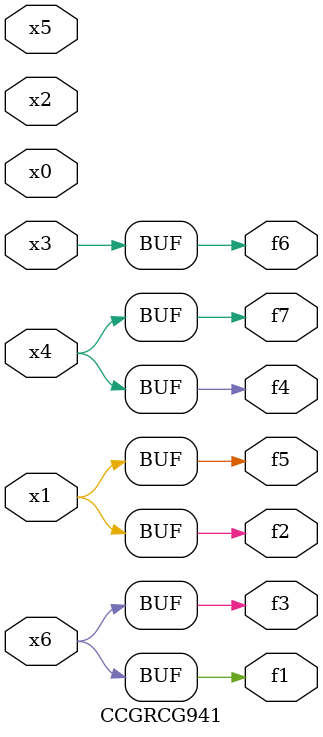
<source format=v>
module CCGRCG941(
	input x0, x1, x2, x3, x4, x5, x6,
	output f1, f2, f3, f4, f5, f6, f7
);
	assign f1 = x6;
	assign f2 = x1;
	assign f3 = x6;
	assign f4 = x4;
	assign f5 = x1;
	assign f6 = x3;
	assign f7 = x4;
endmodule

</source>
